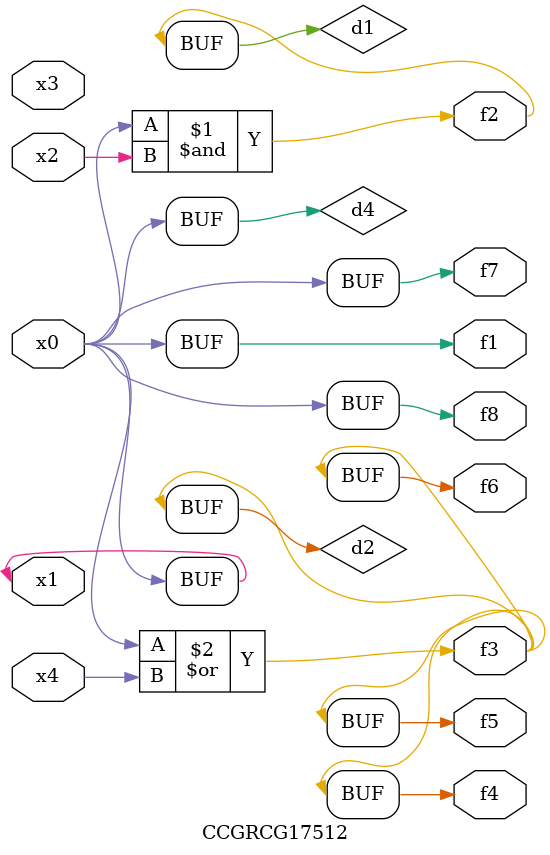
<source format=v>
module CCGRCG17512(
	input x0, x1, x2, x3, x4,
	output f1, f2, f3, f4, f5, f6, f7, f8
);

	wire d1, d2, d3, d4;

	and (d1, x0, x2);
	or (d2, x0, x4);
	nand (d3, x0, x2);
	buf (d4, x0, x1);
	assign f1 = d4;
	assign f2 = d1;
	assign f3 = d2;
	assign f4 = d2;
	assign f5 = d2;
	assign f6 = d2;
	assign f7 = d4;
	assign f8 = d4;
endmodule

</source>
